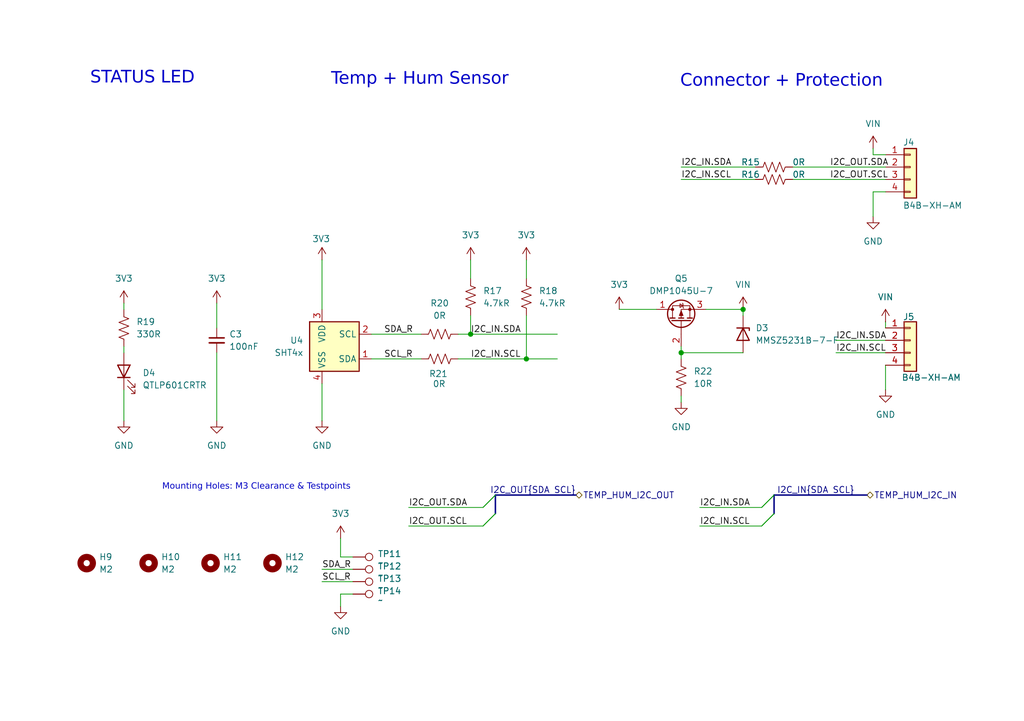
<source format=kicad_sch>
(kicad_sch (version 20231120) (generator "eeschema") (generator_version "8.0")
  (paper "A5")
  (title_block (title "${SHEETNAME}") (date "2024-11-13") (rev "1.2.0") (company "Demeter") (comment 1 "Akshat Doctor"))
  (lib_symbols
    (symbol "Connector:TestPoint" (pin_numbers hide) (pin_names (offset 0.762) hide)
      (property "Reference" "TP" (at 0 6.858 0))
      (property "Value" "TestPoint" (at 0 5.08 0))
      (symbol "TestPoint_0_1"
        (circle (center 0 3.302) (radius 0.762))
      )
      (symbol "TestPoint_1_1"
        (pin passive line (at 0 0 90) (length 2.54) (name "1") (number "1"))
      )
    )
    (symbol "Connector_Generic:Conn_01x04" (pin_names (offset 1.016) hide)
      (property "Reference" "J" (at 0 5.08 0))
      (property "Value" "Conn_01x04" (at 0 -7.62 0))
      (symbol "Conn_01x04_1_1"
        (rectangle (start -1.27 -4.953) (end 0 -5.207) (stroke (width 0.1524)))
        (rectangle (start -1.27 -2.413) (end 0 -2.667) (stroke (width 0.1524)))
        (rectangle (start -1.27 0.127) (end 0 -0.127) (stroke (width 0.1524)))
        (rectangle (start -1.27 2.667) (end 0 2.413) (stroke (width 0.1524)))
        (rectangle (start -1.27 3.81) (end 1.27 -6.35) (stroke (width 0.254)) (fill (type background)))
        (pin passive line (at -5.08 2.54 0) (length 3.81) (name "Pin_1") (number "1"))
        (pin passive line (at -5.08 0 0) (length 3.81) (name "Pin_2") (number "2"))
        (pin passive line (at -5.08 -2.54 0) (length 3.81) (name "Pin_3") (number "3"))
        (pin passive line (at -5.08 -5.08 0) (length 3.81) (name "Pin_4") (number "4"))
      )
    )
    (symbol "Device:C_Small" (pin_numbers hide) (pin_names (offset 0.254) hide)
      (property "Reference" "C" (at 0.254 1.778 0))
      (property "Value" "C_Small" (at 0.254 -2.032 0))
      (symbol "C_Small_0_1"
        (polyline (pts (xy -1.524 -0.508) (xy 1.524 -0.508)) (stroke (width 0.3302)))
        (polyline (pts (xy -1.524 0.508) (xy 1.524 0.508)) (stroke (width 0.3048)))
      )
      (symbol "C_Small_1_1"
        (pin passive line (at 0 2.54 270) (length 2.032) (name "~") (number "1"))
        (pin passive line (at 0 -2.54 90) (length 2.032) (name "~") (number "2"))
      )
    )
    (symbol "Device:D_Zener" (pin_numbers hide) (pin_names (offset 1.016) hide)
      (property "Reference" "D" (at 0 2.54 0))
      (property "Value" "D_Zener" (at 0 -2.54 0))
      (symbol "D_Zener_0_1"
        (polyline (pts (xy 1.27 0) (xy -1.27 0)))
        (polyline (pts (xy -1.27 -1.27) (xy -1.27 1.27) (xy -0.762 1.27)) (stroke (width 0.254)))
        (polyline (pts (xy 1.27 -1.27) (xy 1.27 1.27) (xy -1.27 0) (xy 1.27 -1.27)) (stroke (width 0.254)))
      )
      (symbol "D_Zener_1_1"
        (pin passive line (at -3.81 0 0) (length 2.54) (name "K") (number "1"))
        (pin passive line (at 3.81 0 180) (length 2.54) (name "A") (number "2"))
      )
    )
    (symbol "Device:LED" (pin_numbers hide) (pin_names (offset 1.016) hide)
      (property "Reference" "D" (at 0 2.54 0))
      (property "Value" "LED" (at 0 -2.54 0))
      (symbol "LED_0_1"
        (polyline (pts (xy -1.27 -1.27) (xy -1.27 1.27)) (stroke (width 0.254)))
        (polyline (pts (xy -1.27 0) (xy 1.27 0)))
        (polyline (pts (xy 1.27 -1.27) (xy 1.27 1.27) (xy -1.27 0) (xy 1.27 -1.27)) (stroke (width 0.254)))
        (polyline (pts (xy -3.048 -0.762) (xy -4.572 -2.286) (xy -3.81 -2.286) (xy -4.572 -2.286) (xy -4.572 -1.524)))
        (polyline (pts (xy -1.778 -0.762) (xy -3.302 -2.286) (xy -2.54 -2.286) (xy -3.302 -2.286) (xy -3.302 -1.524)))
      )
      (symbol "LED_1_1"
        (pin passive line (at -3.81 0 0) (length 2.54) (name "K") (number "1"))
        (pin passive line (at 3.81 0 180) (length 2.54) (name "A") (number "2"))
      )
    )
    (symbol "Device:Q_PMOS_DGS" (pin_names (offset 0) hide)
      (property "Reference" "Q" (at 5.08 1.27 0))
      (property "Value" "Q_PMOS_DGS" (at 5.08 -1.27 0))
      (symbol "Q_PMOS_DGS_0_1"
        (polyline (pts (xy 0.254 0) (xy -2.54 0)))
        (polyline (pts (xy 0.254 1.905) (xy 0.254 -1.905)) (stroke (width 0.254)))
        (polyline (pts (xy 0.762 -1.27) (xy 0.762 -2.286)) (stroke (width 0.254)))
        (polyline (pts (xy 0.762 0.508) (xy 0.762 -0.508)) (stroke (width 0.254)))
        (polyline (pts (xy 0.762 2.286) (xy 0.762 1.27)) (stroke (width 0.254)))
        (polyline (pts (xy 2.54 2.54) (xy 2.54 1.778)))
        (polyline (pts (xy 2.54 -2.54) (xy 2.54 0) (xy 0.762 0)))
        (polyline (pts (xy 0.762 1.778) (xy 3.302 1.778) (xy 3.302 -1.778) (xy 0.762 -1.778)))
        (polyline (pts (xy 2.286 0) (xy 1.27 0.381) (xy 1.27 -0.381) (xy 2.286 0)) (fill (type outline)))
        (polyline (pts (xy 2.794 -0.508) (xy 2.921 -0.381) (xy 3.683 -0.381) (xy 3.81 -0.254)))
        (polyline (pts (xy 3.302 -0.381) (xy 2.921 0.254) (xy 3.683 0.254) (xy 3.302 -0.381)))
        (circle (center 1.651 0) (radius 2.794) (stroke (width 0.254)))
        (circle (center 2.54 -1.778) (radius 0.254) (fill (type outline)))
        (circle (center 2.54 1.778) (radius 0.254) (fill (type outline)))
      )
      (symbol "Q_PMOS_DGS_1_1"
        (pin passive line (at 2.54 5.08 270) (length 2.54) (name "D") (number "1"))
        (pin input line (at -5.08 0 0) (length 2.54) (name "G") (number "2"))
        (pin passive line (at 2.54 -5.08 90) (length 2.54) (name "S") (number "3"))
      )
    )
    (symbol "Device:R_US" (pin_numbers hide) (pin_names (offset 0))
      (property "Reference" "R" (at 2.54 0 90))
      (property "Value" "R_US" (at -2.54 0 90))
      (symbol "R_US_0_1"
        (polyline (pts (xy 0 -2.286) (xy 0 -2.54)))
        (polyline (pts (xy 0 2.286) (xy 0 2.54)))
        (polyline (pts (xy 0 -0.762) (xy 1.016 -1.143) (xy 0 -1.524) (xy -1.016 -1.905) (xy 0 -2.286)))
        (polyline (pts (xy 0 0.762) (xy 1.016 0.381) (xy 0 0) (xy -1.016 -0.381) (xy 0 -0.762)))
        (polyline (pts (xy 0 2.286) (xy 1.016 1.905) (xy 0 1.524) (xy -1.016 1.143) (xy 0 0.762)))
      )
      (symbol "R_US_1_1"
        (pin passive line (at 0 3.81 270) (length 1.27) (name "~") (number "1"))
        (pin passive line (at 0 -3.81 90) (length 1.27) (name "~") (number "2"))
      )
    )
    (symbol "Mechanical:MountingHole" (pin_names (offset 1.016)) (exclude_from_sim yes) (in_bom no)
      (property "Reference" "H" (at 0 5.08 0))
      (property "Value" "MountingHole" (at 0 3.175 0))
      (symbol "MountingHole_0_1"
        (circle (center 0 0) (radius 1.27) (stroke (width 1.27)))
      )
    )
    (symbol "Sensor_Humidity:SHT4x"
      (property "Reference" "U" (at 0 8.89 0))
      (property "Value" "SHT4x" (at 0 6.35 0))
      (symbol "SHT4x_1_1"
        (rectangle (start -5.08 5.08) (end 5.08 -5.08) (stroke (width 0.254)) (fill (type background)))
        (pin bidirectional line (at -7.62 -2.54 0) (length 2.54) (name "SDA") (number "1"))
        (pin input line (at -7.62 2.54 0) (length 2.54) (name "SCL") (number "2"))
        (pin power_in line (at 2.54 7.62 270) (length 2.54) (name "VDD") (number "3"))
        (pin power_in line (at 2.54 -7.62 90) (length 2.54) (name "VSS") (number "4"))
      )
    )
    (symbol "power:+3V3" (power) (pin_numbers hide) (pin_names (offset 0) hide)
      (property "Value" "+3V3" (at 0 3.556 0))
      (symbol "+3V3_0_1"
        (polyline (pts (xy -0.762 1.27) (xy 0 2.54)))
        (polyline (pts (xy 0 0) (xy 0 2.54)))
        (polyline (pts (xy 0 2.54) (xy 0.762 1.27)))
      )
      (symbol "+3V3_1_1"
        (pin power_in line (at 0 0 90) (length 0) (name "~") (number "1"))
      )
    )
    (symbol "power:GND" (power) (pin_numbers hide) (pin_names (offset 0) hide)
      (property "Value" "GND" (at 0 -3.81 0))
      (symbol "GND_0_1"
        (polyline (pts (xy 0 0) (xy 0 -1.27) (xy 1.27 -1.27) (xy 0 -2.54) (xy -1.27 -1.27) (xy 0 -1.27)))
      )
      (symbol "GND_1_1"
        (pin power_in line (at 0 0 270) (length 0) (name "~") (number "1"))
      )
    )
    (symbol "power:VBUS" (power) (pin_numbers hide) (pin_names (offset 0) hide)
      (property "Value" "VBUS" (at 0 3.556 0))
      (symbol "VBUS_0_1"
        (polyline (pts (xy -0.762 1.27) (xy 0 2.54)))
        (polyline (pts (xy 0 0) (xy 0 2.54)))
        (polyline (pts (xy 0 2.54) (xy 0.762 1.27)))
      )
      (symbol "VBUS_1_1"
        (pin power_in line (at 0 0 90) (length 0) (name "~") (number "1"))
      )
    )
  )
  (junction (at 152.4 63.5))
  (junction (at 107.95 73.66))
  (junction (at 96.52 68.58))
  (junction (at 139.7 72.39))
  (bus_entry (at 158.75 105.41) (size -2.54 2.54))
  (bus_entry (at 101.6 101.6) (size -2.54 2.54))
  (bus_entry (at 158.75 105.41) (size -2.54 2.54))
  (bus_entry (at 158.75 101.6) (size -2.54 2.54))
  (bus_entry (at 101.6 101.6) (size -2.54 2.54))
  (bus_entry (at 158.75 101.6) (size -2.54 2.54))
  (bus_entry (at 101.6 105.41) (size -2.54 2.54))
  (bus_entry (at 101.6 105.41) (size -2.54 2.54))
  (bus (pts (xy 101.6 101.6) (xy 118.11 101.6)))
  (wire (pts (xy 179.07 30.48) (xy 179.07 31.75)))
  (wire (pts (xy 93.98 68.58) (xy 96.52 68.58)))
  (wire (pts (xy 171.45 72.39) (xy 181.61 72.39)))
  (wire (pts (xy 69.85 121.92) (xy 69.85 124.46)))
  (wire (pts (xy 139.7 72.39) (xy 152.4 72.39)))
  (wire (pts (xy 83.82 104.14) (xy 99.06 104.14)))
  (wire (pts (xy 83.82 107.95) (xy 99.06 107.95)))
  (wire (pts (xy 144.78 63.5) (xy 152.4 63.5)))
  (wire (pts (xy 139.7 36.83) (xy 154.94 36.83)))
  (wire (pts (xy 66.04 78.74) (xy 66.04 86.36)))
  (wire (pts (xy 25.4 80.01) (xy 25.4 86.36)))
  (wire (pts (xy 96.52 68.58) (xy 114.3 68.58)))
  (wire (pts (xy 72.39 114.3) (xy 69.85 114.3)))
  (wire (pts (xy 139.7 71.12) (xy 139.7 72.39)))
  (wire (pts (xy 143.51 104.14) (xy 156.21 104.14)))
  (wire (pts (xy 76.2 73.66) (xy 86.36 73.66)))
  (wire (pts (xy 181.61 74.93) (xy 181.61 80.01)))
  (wire (pts (xy 162.56 34.29) (xy 181.61 34.29)))
  (wire (pts (xy 143.51 107.95) (xy 156.21 107.95)))
  (wire (pts (xy 179.07 39.37) (xy 181.61 39.37)))
  (wire (pts (xy 25.4 71.12) (xy 25.4 72.39)))
  (wire (pts (xy 69.85 110.49) (xy 69.85 114.3)))
  (wire (pts (xy 25.4 62.23) (xy 25.4 63.5)))
  (wire (pts (xy 76.2 68.58) (xy 86.36 68.58)))
  (wire (pts (xy 93.98 73.66) (xy 107.95 73.66)))
  (wire (pts (xy 107.95 73.66) (xy 107.95 64.77)))
  (wire (pts (xy 181.61 66.04) (xy 181.61 67.31)))
  (wire (pts (xy 66.04 119.38) (xy 72.39 119.38)))
  (wire (pts (xy 44.45 72.39) (xy 44.45 86.36)))
  (wire (pts (xy 152.4 64.77) (xy 152.4 63.5)))
  (wire (pts (xy 171.45 69.85) (xy 181.61 69.85)))
  (wire (pts (xy 66.04 53.34) (xy 66.04 63.5)))
  (wire (pts (xy 72.39 121.92) (xy 69.85 121.92)))
  (wire (pts (xy 107.95 53.34) (xy 107.95 57.15)))
  (wire (pts (xy 96.52 53.34) (xy 96.52 57.15)))
  (bus (pts (xy 158.75 101.6) (xy 158.75 105.41)))
  (bus (pts (xy 101.6 101.6) (xy 101.6 105.41)))
  (wire (pts (xy 107.95 73.66) (xy 114.3 73.66)))
  (wire (pts (xy 127 63.5) (xy 134.62 63.5)))
  (wire (pts (xy 179.07 31.75) (xy 181.61 31.75)))
  (wire (pts (xy 66.04 116.84) (xy 72.39 116.84)))
  (wire (pts (xy 179.07 39.37) (xy 179.07 44.45)))
  (bus (pts (xy 158.75 101.6) (xy 177.8 101.6)))
  (wire (pts (xy 96.52 64.77) (xy 96.52 68.58)))
  (wire (pts (xy 139.7 81.28) (xy 139.7 82.55)))
  (wire (pts (xy 162.56 36.83) (xy 181.61 36.83)))
  (wire (pts (xy 139.7 73.66) (xy 139.7 72.39)))
  (wire (pts (xy 44.45 62.23) (xy 44.45 67.31)))
  (wire (pts (xy 139.7 34.29) (xy 154.94 34.29)))
  (text "Connector + Protection\n\n" (at 160.274 19.558 0) (effects (font (size 2.54 2.54))))
  (text "Mounting Holes: M3 Clearance & Testpoints\n" (at 52.578 100.33 0) (effects (font (size 1.27 1.27))))
  (text "Temp + Hum Sensor\n" (at 86.106 17.018 0) (effects (font (size 2.54 2.54))))
  (text "STATUS LED\n" (exclude_from_sim yes) (at 29.21 16.764 0) (effects (font (size 2.54 2.54))))
  (label "I2C_IN.SDA" (at 139.7 34.29 0))
  (label "I2C_IN.SCL" (at 96.52 73.66 0))
  (label "SCL_R" (at 66.04 119.38 0))
  (label "I2C_IN{SDA SCL}" (at 175.26 101.6 180))
  (label "SDA_R" (at 66.04 116.84 0))
  (label "I2C_OUT.SCL" (at 83.82 107.95 0))
  (label "I2C_OUT{SDA SCL}" (at 118.11 101.6 180))
  (label "I2C_IN.SDA" (at 171.45 69.85 0))
  (label "I2C_IN.SCL" (at 171.45 72.39 0))
  (label "I2C_IN.SDA" (at 143.51 104.14 0))
  (label "I2C_OUT.SCL" (at 170.18 36.83 0))
  (label "I2C_IN.SCL" (at 139.7 36.83 0))
  (label "I2C_IN.SDA" (at 96.52 68.58 0))
  (label "I2C_IN.SCL" (at 143.51 107.95 0))
  (label "I2C_OUT.SDA" (at 83.82 104.14 0))
  (label "I2C_OUT.SDA" (at 170.18 34.29 0))
  (label "SCL_R" (at 78.74 73.66 0))
  (label "SDA_R" (at 78.74 68.58 0))
  (hierarchical_label "TEMP_HUM_I2C_OUT" (shape bidirectional) (at 118.11 101.6 0))
  (hierarchical_label "TEMP_HUM_I2C_IN" (shape bidirectional) (at 177.8 101.6 0))
  (symbol (lib_id "power:VBUS") (at 127 63.5 0) (mirror y) (unit 1)
    (property "Reference" "#PWR041" (effects (hide yes)))
    (property "Value" "3V3" (at 127 58.42 0))
    (property "Description" "Power symbol creates a global label with name \"VBUS\"" (effects (hide yes)))
  )
  (symbol (lib_id "Mechanical:MountingHole") (at 55.88 115.57 0) (unit 1) (exclude_from_sim yes) (in_bom no)
    (property "Reference" "H12" (at 58.42 114.2999 0) (effects (justify left)))
    (property "Value" "M2" (at 58.42 116.8399 0) (effects (justify left)))
    (property "Footprint" "MountingHole:MountingHole_2.2mm_M2_Pad" (effects (hide yes)))
    (property "Description" "Mounting Hole without connection" (effects (hide yes)))
  )
  (symbol (lib_id "Device:C_Small") (at 44.45 69.85 0) (unit 1)
    (property "Reference" "C3" (at 46.99 68.5862 0) (effects (justify left)))
    (property "Value" "100nF" (at 46.99 71.1262 0) (effects (justify left)))
    (property "Footprint" "Capacitor_SMD:C_1206_3216Metric" (effects (hide yes)))
    (property "Description" "Unpolarized capacitor, small symbol" (effects (hide yes)))
    (property "Part Number" "CL31B104KCFNNNE" (effects (hide yes)))
  )
  (symbol (lib_id "power:VBUS") (at 96.52 53.34 0) (mirror y) (unit 1)
    (property "Reference" "#PWR037" (effects (hide yes)))
    (property "Value" "3V3" (at 96.52 48.26 0))
    (property "Description" "Power symbol creates a global label with name \"VBUS\"" (effects (hide yes)))
  )
  (symbol (lib_id "power:VBUS") (at 107.95 53.34 0) (mirror y) (unit 1)
    (property "Reference" "#PWR038" (effects (hide yes)))
    (property "Value" "3V3" (at 107.95 48.26 0))
    (property "Description" "Power symbol creates a global label with name \"VBUS\"" (effects (hide yes)))
  )
  (symbol (lib_id "power:GND") (at 181.61 80.01 0) (mirror y) (unit 1)
    (property "Reference" "#PWR044" (effects (hide yes)))
    (property "Value" "GND" (at 181.61 85.09 0))
    (property "Description" "Power symbol creates a global label with name \"GND\" , ground" (effects (hide yes)))
  )
  (symbol (lib_id "power:GND") (at 69.85 124.46 0) (mirror y) (unit 1)
    (property "Reference" "#PWR050" (effects (hide yes)))
    (property "Value" "GND" (at 69.85 129.54 0))
    (property "Description" "Power symbol creates a global label with name \"GND\" , ground" (effects (hide yes)))
  )
  (symbol (lib_id "power:VBUS") (at 44.45 62.23 0) (mirror y) (unit 1)
    (property "Reference" "#PWR040" (effects (hide yes)))
    (property "Value" "3V3" (at 44.45 57.15 0))
    (property "Description" "Power symbol creates a global label with name \"VBUS\"" (effects (hide yes)))
  )
  (symbol (lib_id "Connector:TestPoint") (at 72.39 116.84 270) (unit 1)
    (property "Reference" "TP12" (at 77.47 116.2049 90) (effects (justify left)))
    (property "Value" "~" (at 77.47 118.11 90) (effects (justify left)))
    (property "Footprint" "TestPoint:TestPoint_Pad_D1.0mm" (effects (hide yes)))
    (property "Description" "test point" (effects (hide yes)))
  )
  (symbol (lib_id "Connector_Generic:Conn_01x04") (at 186.69 34.29 0) (unit 1)
    (property "Reference" "J4" (at 185.166 29.21 0) (effects (justify left)))
    (property "Value" "B4B-XH-AM" (at 185.166 42.164 0) (effects (justify left)))
    (property "Footprint" "Connector_JST:JST_XH_B4B-XH-AM_1x04_P2.50mm_Vertical" (effects (hide yes)))
    (property "Description" "Generic connector, single row, 01x04, script generated (kicad-library-utils/schlib/autogen/connector/)" (effects (hide yes)))
    (property "Part Number" "B4B-XH-AM " (effects (hide yes)))
  )
  (symbol (lib_id "Device:LED") (at 25.4 76.2 90) (unit 1)
    (property "Reference" "D4" (at 29.21 76.5174 90) (effects (justify right)))
    (property "Value" "QTLP601CRTR" (at 29.21 79.0574 90) (effects (justify right)))
    (property "Footprint" "LED_SMD:LED_0603_1608Metric" (effects (hide yes)))
    (property "Description" "Light emitting diode" (effects (hide yes)))
    (property "Part Number" "QTLP601CRTR" (effects (hide yes)))
  )
  (symbol (lib_id "power:GND") (at 25.4 86.36 0) (mirror y) (unit 1)
    (property "Reference" "#PWR046" (effects (hide yes)))
    (property "Value" "GND" (at 25.4 91.44 0))
    (property "Description" "Power symbol creates a global label with name \"GND\" , ground" (effects (hide yes)))
  )
  (symbol (lib_id "power:+3V3") (at 66.04 53.34 0) (unit 1)
    (property "Reference" "#PWR036" (effects (hide yes)))
    (property "Value" "3V3" (at 64.008 49.022 0) (effects (justify left)))
    (property "Description" "Power symbol creates a global label with name \"+3V3\"" (effects (hide yes)))
  )
  (symbol (lib_id "Mechanical:MountingHole") (at 43.18 115.57 0) (unit 1) (exclude_from_sim yes) (in_bom no)
    (property "Reference" "H11" (at 45.72 114.2999 0) (effects (justify left)))
    (property "Value" "M2" (at 45.72 116.8399 0) (effects (justify left)))
    (property "Footprint" "MountingHole:MountingHole_2.2mm_M2_Pad" (effects (hide yes)))
    (property "Description" "Mounting Hole without connection" (effects (hide yes)))
  )
  (symbol (lib_id "Device:R_US") (at 90.17 68.58 90) (unit 1)
    (property "Reference" "R20" (at 90.17 62.23 90))
    (property "Value" "0R" (at 90.17 64.77 90))
    (property "Footprint" "Resistor_SMD:R_0603_1608Metric" (effects (hide yes)))
    (property "Description" "Resistor, US symbol" (effects (hide yes)))
    (property "Part Number" "RC0603FR-070RL" (effects (hide yes)))
  )
  (symbol (lib_id "power:GND") (at 66.04 86.36 0) (unit 1)
    (property "Reference" "#PWR048" (effects (hide yes)))
    (property "Value" "GND" (at 66.04 91.44 0))
    (property "Description" "Power symbol creates a global label with name \"GND\" , ground" (effects (hide yes)))
  )
  (symbol (lib_id "power:VBUS") (at 69.85 110.49 0) (mirror y) (unit 1)
    (property "Reference" "#PWR049" (effects (hide yes)))
    (property "Value" "3V3" (at 69.85 105.41 0))
    (property "Description" "Power symbol creates a global label with name \"VBUS\"" (effects (hide yes)))
  )
  (symbol (lib_id "Device:D_Zener") (at 152.4 68.58 270) (unit 1)
    (property "Reference" "D3" (at 154.94 67.3099 90) (effects (justify left)))
    (property "Value" "MMSZ5231B-7-F" (at 154.94 69.8499 90) (effects (justify left)))
    (property "Footprint" "Diode_SMD:D_SOD-123" (effects (hide yes)))
    (property "Description" "Zener diode" (effects (hide yes)))
    (property "Part Number" "MMSZ5231B-7-F" (effects (hide yes)))
  )
  (symbol (lib_id "Mechanical:MountingHole") (at 30.48 115.57 0) (unit 1) (exclude_from_sim yes) (in_bom no)
    (property "Reference" "H10" (at 33.02 114.2999 0) (effects (justify left)))
    (property "Value" "M2" (at 33.02 116.8399 0) (effects (justify left)))
    (property "Footprint" "MountingHole:MountingHole_2.2mm_M2_Pad" (effects (hide yes)))
    (property "Description" "Mounting Hole without connection" (effects (hide yes)))
  )
  (symbol (lib_id "Mechanical:MountingHole") (at 17.78 115.57 0) (unit 1) (exclude_from_sim yes) (in_bom no)
    (property "Reference" "H9" (at 20.32 114.2999 0) (effects (justify left)))
    (property "Value" "M2" (at 20.32 116.8399 0) (effects (justify left)))
    (property "Footprint" "MountingHole:MountingHole_2.2mm_M2_Pad" (effects (hide yes)))
    (property "Description" "Mounting Hole without connection" (effects (hide yes)))
  )
  (symbol (lib_id "Device:R_US") (at 139.7 77.47 0) (unit 1)
    (property "Reference" "R22" (at 142.24 76.1999 0) (effects (justify left)))
    (property "Value" "10R" (at 142.24 78.7399 0) (effects (justify left)))
    (property "Footprint" "Resistor_SMD:R_0402_1005Metric" (effects (hide yes)))
    (property "Description" "Resistor, US symbol" (effects (hide yes)))
    (property "Part Number" "RC0603FR-0710RL" (effects (hide yes)))
  )
  (symbol (lib_id "Device:R_US") (at 96.52 60.96 180) (unit 1)
    (property "Reference" "R17" (at 99.06 59.6899 0) (effects (justify right)))
    (property "Value" "4.7kR" (at 99.06 62.2299 0) (effects (justify right)))
    (property "Footprint" "Resistor_SMD:R_0603_1608Metric" (effects (hide yes)))
    (property "Description" "Resistor, US symbol" (effects (hide yes)))
    (property "Part Number" "RC0603FR-074K7L" (effects (hide yes)))
  )
  (symbol (lib_id "Connector_Generic:Conn_01x04") (at 186.69 69.85 0) (unit 1)
    (property "Reference" "J5" (at 185.166 65.024 0) (effects (justify left)))
    (property "Value" "B4B-XH-AM" (at 184.912 77.47 0) (effects (justify left)))
    (property "Footprint" "Connector_JST:JST_XH_B4B-XH-AM_1x04_P2.50mm_Vertical" (effects (hide yes)))
    (property "Description" "Generic connector, single row, 01x04, script generated (kicad-library-utils/schlib/autogen/connector/)" (effects (hide yes)))
    (property "Part Number" "B4B-XH-AM " (effects (hide yes)))
  )
  (symbol (lib_id "Connector:TestPoint") (at 72.39 119.38 270) (unit 1)
    (property "Reference" "TP13" (at 77.47 118.7449 90) (effects (justify left)))
    (property "Value" "~" (at 77.47 120.65 90) (effects (justify left)))
    (property "Footprint" "TestPoint:TestPoint_Pad_D1.0mm" (effects (hide yes)))
    (property "Description" "test point" (effects (hide yes)))
  )
  (symbol (lib_id "Connector:TestPoint") (at 72.39 121.92 270) (unit 1)
    (property "Reference" "TP14" (at 77.47 121.2849 90) (effects (justify left)))
    (property "Value" "~" (at 77.47 123.19 90) (effects (justify left)))
    (property "Footprint" "TestPoint:TestPoint_Pad_D1.0mm" (effects (hide yes)))
    (property "Description" "test point" (effects (hide yes)))
  )
  (symbol (lib_id "Device:R_US") (at 158.75 34.29 90) (unit 1)
    (property "Reference" "R15" (at 153.924 33.274 90))
    (property "Value" "0R" (at 163.83 33.274 90))
    (property "Footprint" "Resistor_SMD:R_0603_1608Metric" (effects (hide yes)))
    (property "Description" "Resistor, US symbol" (effects (hide yes)))
    (property "Part Number" "RC0603FR-070RL" (effects (hide yes)))
  )
  (symbol (lib_id "power:GND") (at 44.45 86.36 0) (mirror y) (unit 1)
    (property "Reference" "#PWR047" (effects (hide yes)))
    (property "Value" "GND" (at 44.45 91.44 0))
    (property "Description" "Power symbol creates a global label with name \"GND\" , ground" (effects (hide yes)))
  )
  (symbol (lib_id "power:VBUS") (at 179.07 30.48 0) (mirror y) (unit 1)
    (property "Reference" "#PWR034" (effects (hide yes)))
    (property "Value" "VIN" (at 179.07 25.4 0))
    (property "Description" "Power symbol creates a global label with name \"VBUS\"" (effects (hide yes)))
  )
  (symbol (lib_id "power:GND") (at 179.07 44.45 0) (mirror y) (unit 1)
    (property "Reference" "#PWR035" (effects (hide yes)))
    (property "Value" "GND" (at 179.07 49.53 0))
    (property "Description" "Power symbol creates a global label with name \"GND\" , ground" (effects (hide yes)))
  )
  (symbol (lib_id "Sensor_Humidity:SHT4x") (at 68.58 71.12 0) (mirror y) (unit 1)
    (property "Reference" "U4" (at 62.23 69.8499 0) (effects (justify left)))
    (property "Value" "SHT4x" (at 62.23 72.3899 0) (effects (justify left)))
    (property "Footprint" "Sensor_Humidity:Sensirion_DFN-4_1.5x1.5mm_P0.8mm_SHT4x_NoCentralPad" (effects (hide yes)))
    (property "Datasheet" "https://sensirion.com/media/documents/33FD6951/624C4357/Datasheet_SHT4x.pdf" (effects (hide yes)))
    (property "Description" "Digital Humidity and Temperature Sensor, +/-1%RH, +/-0.1degC, I2C, 1.08-3.6V, 16bit, DFN-4" (effects (hide yes)))
    (property "Part Number" "SHT40-AD1B " (effects (hide yes)))
  )
  (symbol (lib_id "Device:R_US") (at 90.17 73.66 90) (unit 1)
    (property "Reference" "R21" (at 89.916 76.708 90))
    (property "Value" "0R" (at 90.0706 78.7761 90))
    (property "Footprint" "Resistor_SMD:R_0603_1608Metric" (effects (hide yes)))
    (property "Description" "Resistor, US symbol" (effects (hide yes)))
    (property "Part Number" "RC0603FR-070RL" (effects (hide yes)))
  )
  (symbol (lib_id "Device:Q_PMOS_DGS") (at 139.7 66.04 90) (unit 1)
    (property "Reference" "Q5" (at 139.7 57.15 90))
    (property "Value" "DMP1045U-7" (at 139.7 59.69 90))
    (property "Footprint" "Package_TO_SOT_SMD:SOT-23-3" (effects (hide yes)))
    (property "Description" "P-MOSFET transistor, drain/gate/source" (effects (hide yes)))
    (property "Part Number" "DMP1045U-7" (effects (hide yes)))
  )
  (symbol (lib_id "power:VBUS") (at 181.61 66.04 0) (mirror y) (unit 1)
    (property "Reference" "#PWR043" (effects (hide yes)))
    (property "Value" "VIN" (at 181.61 60.96 0))
    (property "Description" "Power symbol creates a global label with name \"VBUS\"" (effects (hide yes)))
  )
  (symbol (lib_id "power:VBUS") (at 152.4 63.5 0) (mirror y) (unit 1)
    (property "Reference" "#PWR042" (effects (hide yes)))
    (property "Value" "VIN" (at 152.4 58.42 0))
    (property "Description" "Power symbol creates a global label with name \"VBUS\"" (effects (hide yes)))
  )
  (symbol (lib_id "Device:R_US") (at 25.4 67.31 180) (unit 1)
    (property "Reference" "R19" (at 27.94 66.0399 0) (effects (justify right)))
    (property "Value" "330R" (at 27.94 68.5799 0) (effects (justify right)))
    (property "Footprint" "Resistor_SMD:R_0402_1005Metric" (effects (hide yes)))
    (property "Description" "Resistor, US symbol" (effects (hide yes)))
    (property "Part Number" "RC0603FR-07330RL" (effects (hide yes)))
  )
  (symbol (lib_id "power:VBUS") (at 25.4 62.23 0) (mirror y) (unit 1)
    (property "Reference" "#PWR039" (effects (hide yes)))
    (property "Value" "3V3" (at 25.4 57.15 0))
    (property "Description" "Power symbol creates a global label with name \"VBUS\"" (effects (hide yes)))
  )
  (symbol (lib_id "Device:R_US") (at 107.95 60.96 180) (unit 1)
    (property "Reference" "R18" (at 110.49 59.6899 0) (effects (justify right)))
    (property "Value" "4.7kR" (at 110.49 62.2299 0) (effects (justify right)))
    (property "Footprint" "Resistor_SMD:R_0603_1608Metric" (effects (hide yes)))
    (property "Description" "Resistor, US symbol" (effects (hide yes)))
    (property "Part Number" "RC0603FR-074K7L" (effects (hide yes)))
  )
  (symbol (lib_id "Device:R_US") (at 158.75 36.83 90) (unit 1)
    (property "Reference" "R16" (at 153.924 35.814 90))
    (property "Value" "0R" (at 163.83 35.814 90))
    (property "Footprint" "Resistor_SMD:R_0603_1608Metric" (effects (hide yes)))
    (property "Description" "Resistor, US symbol" (effects (hide yes)))
    (property "Part Number" "RC0603FR-070RL" (effects (hide yes)))
  )
  (symbol (lib_id "Connector:TestPoint") (at 72.39 114.3 270) (unit 1)
    (property "Reference" "TP11" (at 77.47 113.6649 90) (effects (justify left)))
    (property "Value" "~" (at 77.47 115.57 90) (effects (justify left)))
    (property "Footprint" "TestPoint:TestPoint_Pad_D1.0mm" (effects (hide yes)))
    (property "Description" "test point" (effects (hide yes)))
  )
  (symbol (lib_id "power:GND") (at 139.7 82.55 0) (mirror y) (unit 1)
    (property "Reference" "#PWR045" (effects (hide yes)))
    (property "Value" "GND" (at 139.7 87.63 0))
    (property "Description" "Power symbol creates a global label with name \"GND\" , ground" (effects (hide yes)))
  )
)
</source>
